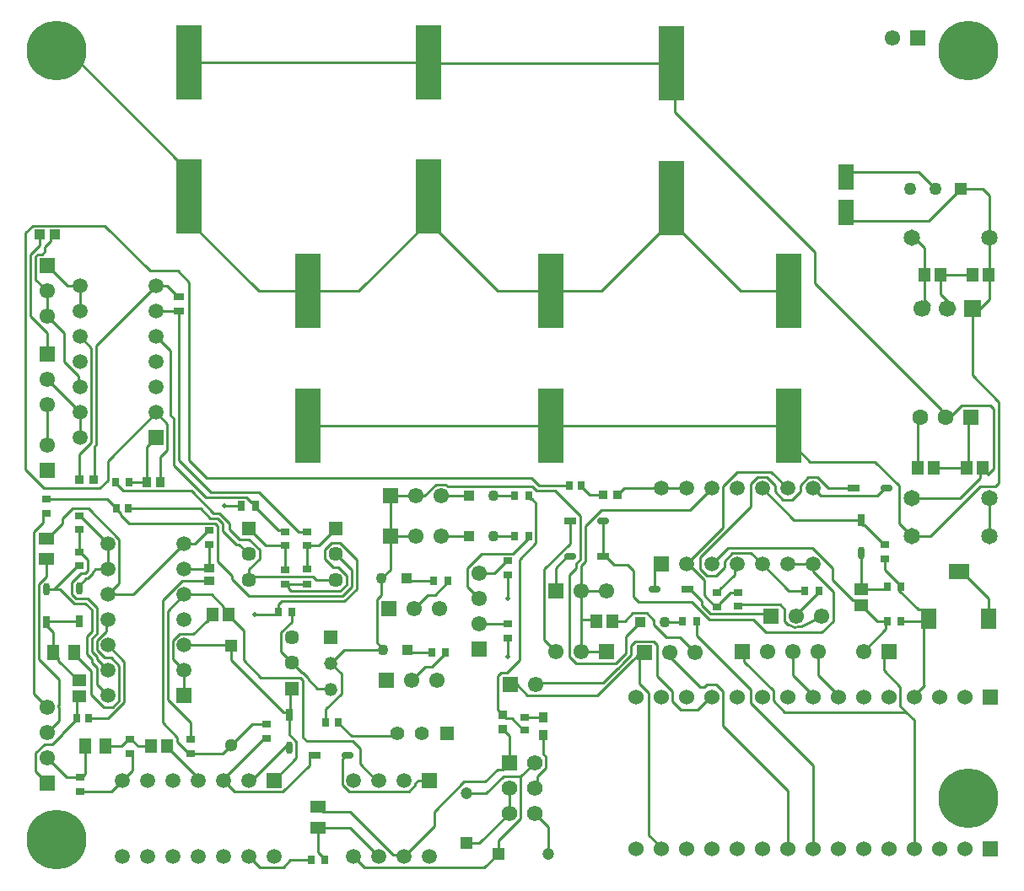
<source format=gtl>
G04*
G04 #@! TF.GenerationSoftware,Altium Limited,Altium Designer,24.6.1 (21)*
G04*
G04 Layer_Physical_Order=1*
G04 Layer_Color=255*
%FSLAX44Y44*%
%MOMM*%
G71*
G04*
G04 #@! TF.SameCoordinates,44A1DD27-CD51-42AF-A16C-F6F8CAE25C75*
G04*
G04*
G04 #@! TF.FilePolarity,Positive*
G04*
G01*
G75*
%ADD12C,0.2540*%
%ADD19R,0.9000X1.0000*%
%ADD20R,2.5000X7.5000*%
%ADD21R,0.9350X0.9621*%
%ADD22R,0.7025X1.2575*%
G04:AMPARAMS|DCode=23|XSize=1.2575mm|YSize=0.7025mm|CornerRadius=0.3512mm|HoleSize=0mm|Usage=FLASHONLY|Rotation=270.000|XOffset=0mm|YOffset=0mm|HoleType=Round|Shape=RoundedRectangle|*
%AMROUNDEDRECTD23*
21,1,1.2575,0.0000,0,0,270.0*
21,1,0.5550,0.7025,0,0,270.0*
1,1,0.7025,0.0000,-0.2775*
1,1,0.7025,0.0000,0.2775*
1,1,0.7025,0.0000,0.2775*
1,1,0.7025,0.0000,-0.2775*
%
%ADD23ROUNDEDRECTD23*%
%ADD24R,1.6000X2.6000*%
%ADD25R,1.0500X1.0000*%
%ADD26R,0.9500X0.7000*%
%ADD27R,1.0000X0.7500*%
%ADD28R,1.3046X1.4562*%
%ADD29R,0.7000X0.9500*%
G04:AMPARAMS|DCode=30|XSize=1.2575mm|YSize=0.7025mm|CornerRadius=0.3512mm|HoleSize=0mm|Usage=FLASHONLY|Rotation=0.000|XOffset=0mm|YOffset=0mm|HoleType=Round|Shape=RoundedRectangle|*
%AMROUNDEDRECTD30*
21,1,1.2575,0.0000,0,0,0.0*
21,1,0.5550,0.7025,0,0,0.0*
1,1,0.7025,0.2775,0.0000*
1,1,0.7025,-0.2775,0.0000*
1,1,0.7025,-0.2775,0.0000*
1,1,0.7025,0.2775,0.0000*
%
%ADD30ROUNDEDRECTD30*%
%ADD31R,1.2575X0.7025*%
%ADD32R,0.6500X0.9000*%
%ADD33R,0.9000X0.6500*%
%ADD34R,1.4562X1.3046*%
%ADD35R,0.6587X0.8121*%
%ADD36R,1.2065X1.5082*%
%ADD37R,0.9621X0.9350*%
%ADD38R,0.9000X0.7000*%
%ADD39R,0.8000X0.9000*%
%ADD40R,1.5082X1.2065*%
%ADD41R,1.0000X0.9000*%
%ADD42R,0.7350X0.8621*%
%ADD43R,0.7500X1.0000*%
%ADD60C,1.5500*%
%ADD61R,1.5500X1.5500*%
%ADD63R,1.4500X1.4500*%
%ADD64C,1.4500*%
%ADD68R,1.5500X1.5500*%
%ADD69C,1.1000*%
%ADD70R,1.1000X1.1000*%
%ADD71C,1.2000*%
%ADD72R,1.2000X1.2000*%
%ADD73C,1.5700*%
%ADD74R,1.5700X1.5700*%
%ADD78R,1.2700X1.2700*%
%ADD79C,1.2700*%
%ADD80R,1.2000X1.2000*%
%ADD81C,1.4000*%
%ADD82R,1.4000X1.4000*%
%ADD83C,1.3208*%
%ADD84R,1.3208X1.3208*%
%ADD85C,1.3000*%
%ADD86R,1.3000X1.3000*%
%ADD87C,1.5300*%
%ADD88R,1.5300X1.5300*%
%ADD89C,5.9944*%
%ADD90C,1.6500*%
%ADD91R,2.1000X1.5000*%
%ADD92R,1.5000X2.1000*%
%ADD93R,1.6000X1.6000*%
%ADD94C,1.6000*%
%ADD95C,0.5000*%
%ADD96R,1.5000X1.5000*%
%ADD97C,1.5000*%
%ADD98R,1.5000X1.5000*%
%ADD99R,1.7000X1.7000*%
%ADD100C,1.7000*%
D12*
X989543Y224039D02*
G03*
X989539Y224033I2162J-1333D01*
G01*
X887271Y185420D02*
G03*
X890729Y185420I1729J11430D01*
G01*
X1142443Y257259D02*
G03*
X1155881Y255137I8177J8171D01*
G01*
X1148544Y248920D02*
G03*
X1152696Y248920I2076J16510D01*
G01*
X410210Y160029D02*
G03*
X410210Y160020I2540J-24D01*
G01*
X410339Y173851D02*
G03*
X410210Y175719I-11559J139D01*
G01*
X1316660Y309890D02*
X1343660Y282890D01*
Y262890D02*
Y282890D01*
X1313660Y309890D02*
X1316660D01*
X1272540Y458602D02*
X1278808Y464870D01*
X1268730Y33020D02*
Y161290D01*
X1260807Y169213D02*
X1268730Y161290D01*
X1254790Y175230D02*
Y194280D01*
Y175230D02*
X1260807Y169213D01*
X1138887D02*
X1260807D01*
X1127790Y180310D02*
Y190470D01*
Y180310D02*
X1138887Y169213D01*
X1026190Y180065D02*
X1034805Y171450D01*
X1051560D02*
X1065530Y185420D01*
X1026190Y180065D02*
Y190167D01*
X1034805Y171450D02*
X1051560D01*
X1010920Y205437D02*
X1026190Y190167D01*
X1172210Y205740D02*
Y229870D01*
Y205740D02*
X1192530Y185420D01*
X1146810Y205740D02*
Y229870D01*
Y205740D02*
X1167130Y185420D01*
X1096010Y229870D02*
X1098462Y227418D01*
Y219798D02*
Y227418D01*
Y219798D02*
X1127790Y190470D01*
X1050820Y245850D02*
Y260350D01*
Y245850D02*
X1104870Y191800D01*
Y177830D02*
Y191800D01*
X1010920Y205437D02*
Y236788D01*
X1007548Y240160D02*
X1010920Y236788D01*
X976760Y218438D02*
Y218570D01*
X971420Y213230D02*
X971552D01*
X976760Y218438D01*
Y218570D02*
X984298Y226108D01*
X971680Y220542D02*
Y220674D01*
X979379Y228373D02*
Y244919D01*
X969448Y218310D02*
X971680Y220542D01*
X956310Y198120D02*
X971420Y213230D01*
X890729Y185420D02*
X950927D01*
X971680Y220674D02*
X979379Y228373D01*
X929932Y218310D02*
X969448D01*
X890270Y198120D02*
X956310D01*
X950927Y185420D02*
X986563Y221057D01*
X984459Y226137D02*
Y235727D01*
X991740Y227601D02*
X993140Y229870D01*
X989543Y224039D02*
X991740Y227601D01*
X986563Y221057D02*
X989539Y224033D01*
X881380Y185420D02*
X887271D01*
X880636Y186164D02*
X881380Y185420D01*
X869950Y196850D02*
X880636Y186164D01*
X993140Y197817D02*
Y229870D01*
X1167130Y33020D02*
Y115570D01*
X1141730Y33020D02*
Y90170D01*
X1070277Y196880D02*
X1076990Y190167D01*
X1054070Y194340D02*
X1058243D01*
X1060783Y196880D01*
X1070277D01*
X1018540Y229870D02*
X1054070Y194340D01*
X1238250Y210820D02*
X1254790Y194280D01*
X1268730Y185420D02*
X1278890Y195580D01*
X1278580D02*
Y264160D01*
X1238250Y210820D02*
Y231140D01*
X1076990Y154910D02*
X1141730Y90170D01*
X1104870Y177830D02*
X1167130Y115570D01*
X1076990Y154910D02*
Y190167D01*
X1002714Y45036D02*
Y188243D01*
X993140Y197817D02*
X1002714Y188243D01*
Y45036D02*
X1014730Y33020D01*
X859920Y208410D02*
X872490Y220980D01*
X855845Y165904D02*
X855980D01*
X852439Y169309D02*
Y169445D01*
X850900Y205038D02*
X854272Y208410D01*
X859920D01*
X852439Y169309D02*
X855845Y165904D01*
X850900Y170984D02*
X852439Y169445D01*
X850900Y170984D02*
Y205038D01*
X855980Y165904D02*
X859385Y162499D01*
X1327150Y507246D02*
X1353820Y480576D01*
X1345618Y476630D02*
X1348740Y473508D01*
X1343084Y407926D02*
X1348740Y413582D01*
X1353820Y399470D02*
Y480576D01*
X1349950Y395600D02*
X1353820Y399470D01*
X1348740Y413582D02*
Y473508D01*
X1344560Y583830D02*
Y645160D01*
X904430Y456820D02*
X1153160D01*
X1253490Y358510D02*
Y396670D01*
X1272910Y345440D02*
X1285240D01*
X1253490Y358510D02*
X1266560Y345440D01*
X1343248Y338991D02*
X1349697Y345440D01*
X1350910D01*
X1344560D02*
Y383540D01*
X1335400Y395600D02*
X1349950D01*
X1285240Y345440D02*
X1335400Y395600D01*
X1272910Y383540D02*
X1314450D01*
X1335327Y411599D02*
X1337748Y414020D01*
X1314450Y383540D02*
X1335327Y404417D01*
Y411599D01*
X1116330Y317500D02*
X1143000Y290830D01*
X1167130Y393700D02*
X1174750Y386080D01*
X1231665D01*
X1239285Y393700D01*
X1239520Y311930D02*
X1255560Y295890D01*
X1239520Y311930D02*
Y322950D01*
X1255560Y294640D02*
Y295890D01*
X1217632Y356920D02*
X1218800D01*
X1238270Y337450D02*
X1239520D01*
X1218800Y356920D02*
X1238270Y337450D01*
X1215390Y359162D02*
X1217632Y356920D01*
X1215390Y359162D02*
Y361937D01*
X1229570Y420590D02*
X1253490Y396670D01*
X1322902Y458090D02*
X1324552Y459740D01*
X1288656Y414020D02*
X1321632D01*
X1324552Y459740D02*
X1330960D01*
X1322902Y415290D02*
Y458090D01*
X1321632Y414020D02*
X1322902Y415290D01*
X1308297Y468625D02*
X1316302Y476630D01*
X1302217Y466725D02*
X1306027D01*
X1307927Y468625D02*
X1308297D01*
X1306027Y466725D02*
X1307927Y468625D01*
X1316302Y476630D02*
X1345618D01*
X1169470Y599640D02*
X1296574Y472536D01*
Y472368D02*
Y472536D01*
Y472368D02*
X1302217Y466725D01*
X1169470Y599640D02*
Y630898D01*
X1272540Y414020D02*
Y458602D01*
X1278808Y464870D02*
X1280210D01*
X1327150Y507246D02*
Y574040D01*
X1344560Y645160D02*
Y687440D01*
X1202436Y662305D02*
X1283335D01*
X1315720Y694690D01*
X1273175Y711835D02*
X1291675Y693335D01*
X1202436Y711835D02*
X1273175D01*
X1037180Y649380D02*
X1094740Y591820D01*
X1036120Y649380D02*
X1037180D01*
X1024890Y660610D02*
X1036120Y649380D01*
X1013660D02*
X1024890Y660610D01*
X955230Y592010D02*
X1012600Y649380D01*
X1094740Y591820D02*
X1153160D01*
X904240Y592010D02*
X955230D01*
X1012600Y649380D02*
X1013660D01*
X1024890Y660610D02*
Y685610D01*
X1197610Y707009D02*
X1202436Y711835D01*
X1197610Y705104D02*
Y707009D01*
X1155881Y255137D02*
X1176020Y265430D01*
X1142436Y257266D02*
X1142443Y257259D01*
X483870Y110490D02*
Y128270D01*
X1334770Y574040D02*
X1344560Y583830D01*
X1337310Y694690D02*
X1344560Y687440D01*
X1255177Y260350D02*
X1281120D01*
X541020Y661880D02*
Y686880D01*
X611080Y591820D02*
X660400D01*
X541020Y661880D02*
X611080Y591820D01*
X781050Y661880D02*
Y686880D01*
X660400Y591820D02*
X710990D01*
X781050Y661880D01*
X850920Y592010D01*
X904240D01*
X1167130Y309948D02*
Y317500D01*
X1187580Y260642D02*
Y289498D01*
X1167130Y309948D02*
X1187580Y289498D01*
X535940Y312420D02*
X559920D01*
X561340Y313840D01*
X1035050Y259080D02*
X1036320Y260350D01*
X1018540Y259080D02*
X1035050D01*
X1315720Y694690D02*
X1337310D01*
X1197610Y667131D02*
X1202436Y662305D01*
X1197610Y667131D02*
Y669036D01*
X1028700Y771668D02*
X1169470Y630898D01*
X1028700Y771668D02*
Y820800D01*
X883890Y382850D02*
X885140D01*
X881910Y384830D02*
Y386080D01*
Y384830D02*
X883890Y382850D01*
X885140D02*
X889340Y378650D01*
Y339362D02*
Y378650D01*
X820290Y313398D02*
X834892Y328000D01*
X882280Y344190D02*
Y345440D01*
X820290Y294770D02*
X831850Y283210D01*
X872490Y220980D02*
Y322512D01*
X866090Y328000D02*
X882280Y344190D01*
X834892Y328000D02*
X866090D01*
X820290Y294770D02*
Y313398D01*
X872490Y322512D02*
X889340Y339362D01*
X541020Y686880D02*
Y711880D01*
X419780Y833120D02*
X541020Y711880D01*
X407670Y833120D02*
X419780D01*
X782130Y820800D02*
X1028700D01*
X781050Y821880D02*
X782130Y820800D01*
X541020Y821880D02*
X781050D01*
X904050Y456820D02*
X904240Y457010D01*
X660400Y456820D02*
X904050D01*
X904240Y457010D02*
X904430Y456820D01*
X1164390Y420590D02*
X1229570D01*
X1153160Y431820D02*
X1164390Y420590D01*
X1153160Y431820D02*
Y456820D01*
X1105020Y328810D02*
X1116330Y317500D01*
X1070215Y306190D02*
X1078230Y314205D01*
Y320795D02*
X1086245Y328810D01*
X1105020D01*
Y375206D02*
Y398385D01*
X1065530Y317500D02*
X1081920Y333890D01*
X1054220Y324406D02*
X1105020Y375206D01*
X1081920Y333890D02*
X1166735D01*
X1054220Y312815D02*
Y324406D01*
X1166735Y333890D02*
X1186897Y313727D01*
Y301838D02*
Y313727D01*
Y301838D02*
X1207060Y281675D01*
X1210137D01*
X1215390Y276422D01*
X1054220Y312815D02*
X1060845Y306190D01*
X1078230Y314205D02*
Y320795D01*
X1040130Y317500D02*
X1042351D01*
X1060845Y306190D02*
X1070215D01*
X1057910Y286140D02*
Y301941D01*
X1042351Y317500D02*
X1057910Y301941D01*
X1071860Y289190D02*
X1073840Y291170D01*
Y292420D01*
X1088546Y307126D01*
Y315116D01*
X1090930Y317500D01*
X1070610Y289190D02*
X1071860D01*
X456010Y657780D02*
X501650Y612140D01*
X384572Y657780D02*
X456010D01*
X377060Y650268D02*
X384572Y657780D01*
X377060Y412312D02*
Y650268D01*
Y412312D02*
X395402Y393969D01*
X451557D02*
X459650Y402062D01*
X395402Y393969D02*
X451557D01*
X459650Y402062D02*
Y421550D01*
X508000Y469900D01*
X382140Y566712D02*
X398780Y550072D01*
X382140Y566712D02*
Y628652D01*
X448190Y437711D02*
Y537090D01*
X445929Y403215D02*
Y435451D01*
X448190Y537090D02*
X508000Y596900D01*
X445929Y435451D02*
X448190Y437711D01*
X445304Y402590D02*
X445929Y403215D01*
X398780Y566420D02*
Y591820D01*
X419100Y596900D02*
X431800D01*
X398780Y617220D02*
X419100Y596900D01*
X398780Y502920D02*
X431800Y469900D01*
X398780Y528320D02*
Y550072D01*
Y566420D02*
X415338Y549862D01*
Y521167D02*
Y549862D01*
X429895Y497205D02*
Y506610D01*
Y497205D02*
X431800Y495300D01*
X415338Y521167D02*
X429895Y506610D01*
X558800Y403860D02*
X884452D01*
X541020Y421640D02*
Y600710D01*
Y421640D02*
X558800Y403860D01*
X529590Y612140D02*
X541020Y600710D01*
X501650Y612140D02*
X529590D01*
X788962Y397640D02*
X798538D01*
X800788Y395390D01*
X889968Y391160D02*
X908004D01*
X892072Y396240D02*
X922412D01*
X884452Y403860D02*
X892072Y396240D01*
X800788Y395390D02*
X885738D01*
X889968Y391160D01*
X908004D02*
X933394Y365770D01*
X777402Y386080D02*
X788962Y397640D01*
X768350Y386080D02*
X777402D01*
X530860Y421640D02*
Y571620D01*
X508000Y546100D02*
X521970Y532130D01*
Y467360D02*
Y532130D01*
X643868Y356960D02*
X650778Y350050D01*
X659130D01*
X643868Y356960D02*
X643868D01*
X562690Y389810D02*
X611018D01*
X643868Y356960D01*
X608210Y374670D02*
Y377170D01*
X525780Y416560D02*
Y463550D01*
X521970Y467360D02*
X525780Y463550D01*
Y416560D02*
X557610Y384730D01*
X530860Y421640D02*
X562690Y389810D01*
X598538Y384730D02*
X603618Y379650D01*
X605730D01*
X557610Y384730D02*
X598538D01*
X605730Y379650D02*
X608210Y377170D01*
X508000Y469900D02*
X519310Y458590D01*
Y432354D02*
Y458590D01*
X511960Y425004D02*
X519310Y432354D01*
X581759Y352733D02*
X591892Y342600D01*
X567418Y358480D02*
X569650Y356248D01*
X581759Y352733D02*
Y358507D01*
X481072Y358480D02*
X567418D01*
X571627Y368640D02*
X581759Y358507D01*
X574730Y351168D02*
Y358352D01*
X611780Y323079D02*
Y332241D01*
X562338Y363560D02*
X569522D01*
X574730Y358352D01*
X569650Y320418D02*
Y356248D01*
X565852Y368640D02*
X571627D01*
X474520Y391240D02*
X543252D01*
X565852Y368640D01*
X480060Y373380D02*
X552518D01*
X562338Y363560D01*
X511960Y400050D02*
Y425004D01*
X498960Y400050D02*
Y435460D01*
X508000Y444500D01*
X466960Y398800D02*
X474520Y391240D01*
X466960Y398800D02*
Y400050D01*
X480460D02*
X498960D01*
X430996Y427701D02*
X443110Y439815D01*
X430996Y402590D02*
Y427701D01*
X443110Y439815D02*
Y534790D01*
X431800Y546100D02*
X443110Y534790D01*
X529610Y586620D02*
X530860D01*
X508000Y596900D02*
X519330D01*
X529610Y586620D01*
X431800Y444500D02*
Y469900D01*
Y571500D02*
Y596900D01*
X391400Y637912D02*
Y648970D01*
X396480Y635808D02*
X402420Y641748D01*
X389452Y628780D02*
X393504D01*
X382140Y628652D02*
X391400Y637912D01*
X387220Y626548D02*
X389452Y628780D01*
X393504D02*
X396480Y631756D01*
Y635808D01*
X387220Y603380D02*
Y626548D01*
Y603380D02*
X398780Y591820D01*
X406150Y648970D02*
X406400D01*
X402420Y645240D02*
X406150Y648970D01*
X402420Y641748D02*
Y645240D01*
X576580Y375920D02*
X593210D01*
X472250Y367302D02*
Y368690D01*
X640770Y293091D02*
X643261Y290600D01*
X468060Y372880D02*
X472250Y368690D01*
X695035Y285520D02*
X704490Y294975D01*
X630356Y268724D02*
Y277111D01*
X692931Y338720D02*
X709570Y322081D01*
X677290Y323079D02*
X685709Y314660D01*
X574730Y351168D02*
X588378Y337520D01*
X677290Y323079D02*
Y332241D01*
X704490Y294975D02*
Y311520D01*
X683769Y338720D02*
X692931D01*
X685709Y314660D02*
X690991D01*
X699410Y297079D02*
Y306241D01*
X692931Y290600D02*
X699410Y297079D01*
X633685Y280440D02*
X697140D01*
X637540Y297550D02*
X638790D01*
X584203Y302535D02*
X601219Y285520D01*
X690991Y314660D02*
X699410Y306241D01*
X601219Y285520D02*
X695035D01*
X709570Y292870D02*
Y322081D01*
X569650Y320418D02*
X584203Y305865D01*
Y302535D02*
Y305865D01*
X630356Y277111D02*
X633685Y280440D01*
X677290Y332241D02*
X683769Y338720D01*
X638790Y297550D02*
X640770Y295570D01*
X468060Y372880D02*
Y373380D01*
X688350Y327660D02*
X704490Y311520D01*
X640770Y293091D02*
Y295570D01*
X643261Y290600D02*
X692931D01*
X697140Y280440D02*
X709570Y292870D01*
X472250Y367302D02*
X481072Y358480D01*
X588378Y337520D02*
X590860D01*
X600720Y327660D01*
X591892Y342600D02*
X601421D01*
X611780Y332241D01*
X601421Y312720D02*
X611780Y323079D01*
X508000Y571500D02*
X508060Y571560D01*
X530800D01*
X530860Y571620D01*
X631000Y351880D02*
X635310D01*
X608210Y374670D02*
X631000Y351880D01*
X635310D02*
X637540Y349650D01*
X607276Y304980D02*
X665208D01*
X603956Y301660D02*
X607276Y304980D01*
X665208D02*
X668528Y301660D01*
X600720D02*
X603956D01*
X668528D02*
X688350D01*
X671240Y336550D02*
X688350Y353660D01*
X659130Y336550D02*
X671240D01*
X659130Y312420D02*
X660380D01*
X618230Y336150D02*
X637540D01*
X600720Y353660D02*
X618230Y336150D01*
X659130Y312420D02*
Y336550D01*
X637540Y312050D02*
Y336150D01*
X601421Y302361D02*
Y312720D01*
X600720Y301660D02*
X601421Y302361D01*
X637725Y297735D02*
X658945D01*
X637540Y297550D02*
X637725Y297735D01*
X658945D02*
X659130Y297920D01*
X628332Y266700D02*
X630356Y268724D01*
X607060Y266700D02*
X628332D01*
X600720Y353660D02*
X603560Y356500D01*
X934720Y395605D02*
X942975Y387350D01*
X934720Y395605D02*
Y396240D01*
X942975Y387350D02*
X956776D01*
X971084Y387485D02*
X974489Y390891D01*
X974625D01*
X971084Y387350D02*
Y387485D01*
X974625Y390891D02*
X977434Y393700D01*
X398780Y436880D02*
Y477520D01*
X458770Y383170D02*
X468060Y373880D01*
Y373380D02*
Y373880D01*
X397510Y383170D02*
X458770D01*
X390188Y221952D02*
X410210Y201930D01*
X390188Y297902D02*
X397510Y305224D01*
X385108Y187662D02*
X398780Y173990D01*
X385108Y187662D02*
Y350157D01*
X390188Y221952D02*
Y297902D01*
X396260Y368670D02*
X397510D01*
X394280Y366690D02*
X396260Y368670D01*
X385108Y350157D02*
X394280Y359329D01*
Y366690D01*
X633180Y229500D02*
X644240Y218440D01*
X643890Y259731D02*
Y269240D01*
X633180Y249021D02*
X643890Y259731D01*
X633180Y229500D02*
Y249021D01*
X582930Y135420D02*
X604620Y157110D01*
X617220D01*
X575310Y100330D02*
Y101950D01*
X615970Y142610D02*
X617220D01*
X575310Y101950D02*
X615970Y142610D01*
X641350Y168623D02*
X642104D01*
X635516D02*
X641350D01*
Y169139D01*
Y166364D02*
Y168623D01*
Y146487D02*
X648672Y139164D01*
X626110Y100330D02*
X648672Y122892D01*
Y139164D01*
X641350Y146487D02*
Y166364D01*
X603535Y100330D02*
X638956Y135751D01*
X642620Y169139D02*
Y190820D01*
X642104Y168623D02*
X642620Y169139D01*
Y190820D02*
X644240Y192440D01*
X582930Y221209D02*
X635516Y168623D01*
X1007651Y256803D02*
X1020512Y243941D01*
X1007651Y256803D02*
Y261357D01*
X1000618Y268390D02*
X1007651Y261357D01*
X986462Y268390D02*
X1000618D01*
X978422Y260350D02*
X986462Y268390D01*
X965638Y260350D02*
X978422D01*
X1020512Y243941D02*
X1033679D01*
X1049020Y228600D01*
X934720Y261620D02*
Y283210D01*
Y229870D02*
Y261620D01*
X948252D01*
X949522Y260350D01*
X934720Y290830D02*
Y316229D01*
X938474Y319983D01*
X920521Y325120D02*
X923296D01*
X909320Y290830D02*
Y313919D01*
X920521Y325120D01*
X923160Y307210D02*
X929640Y313690D01*
Y318333D01*
X923160Y225082D02*
Y307210D01*
X988892Y240160D02*
X1007548D01*
X984459Y235727D02*
X988892Y240160D01*
X742950Y386080D02*
X768350D01*
X929640Y318333D02*
X933394Y322087D01*
Y365770D01*
X938474Y319983D02*
Y355980D01*
X979379Y244919D02*
X993540Y259080D01*
X938474Y355980D02*
X954723Y372230D01*
X923160Y225082D02*
X929932Y218310D01*
X954723Y372230D02*
X1044060D01*
X1107440Y261620D02*
X1120140Y248920D01*
X1062990Y261620D02*
X1107440D01*
X1120140Y248920D02*
X1148544D01*
X991870Y279400D02*
X1045210D01*
X1062990Y261620D01*
X986790Y284480D02*
X991870Y279400D01*
X1123020Y267630D02*
X1125220Y265430D01*
X1064532Y267630D02*
X1123020D01*
X1055471Y276690D02*
X1064532Y267630D01*
X1055471Y276690D02*
Y280797D01*
X1044169Y292100D02*
X1055471Y280797D01*
X1041394Y292100D02*
X1044169D01*
X1069360Y274690D02*
X1070610D01*
X1071860D01*
X1057910Y286140D02*
X1069360Y274690D01*
X1008386Y292100D02*
Y311156D01*
X1014730Y317500D01*
X1152696Y248920D02*
X1175858D01*
X1152696D02*
X1152696D01*
X986790Y284480D02*
Y310932D01*
X1175858Y248920D02*
X1187580Y260642D01*
X1139060Y260642D02*
X1142436Y257266D01*
X1139060Y261694D02*
X1139060Y260642D01*
X1139060Y261694D02*
Y272478D01*
X1071860Y274690D02*
X1073840Y276670D01*
X1084610Y288690D02*
X1092200D01*
X1073840Y277920D02*
X1084610Y288690D01*
X1073840Y276670D02*
Y277920D01*
X1092200Y275190D02*
X1094000Y276990D01*
X1143000Y290830D02*
X1158610D01*
X734260Y303530D02*
X742950Y312220D01*
Y345440D01*
Y386080D01*
Y345440D02*
X768350D01*
X793750D02*
X821890D01*
X793750Y386080D02*
X821890D01*
X846890Y345440D02*
X867780D01*
X846890Y386080D02*
X867410D01*
X735330Y231140D02*
Y233429D01*
X730120Y238639D02*
Y282378D01*
X734260Y286518D01*
X730120Y238639D02*
X735330Y233429D01*
X734260Y286518D02*
Y303530D01*
X759260D02*
X761800Y300990D01*
X786500D01*
X787905Y286645D02*
X801000Y299740D01*
Y300990D01*
X767080Y273050D02*
X780675Y286645D01*
X787905D01*
X859385Y162499D02*
X865051D01*
X876570Y150980D01*
X877570D01*
X678376Y158750D02*
Y171879D01*
X694024Y187526D01*
Y207426D01*
X683610Y217840D02*
X694024Y207426D01*
X683610Y217840D02*
X696910Y231140D01*
X735330D01*
X760330D02*
X762870Y228600D01*
X784443D01*
X764540Y200660D02*
X778355Y214475D01*
X784619D01*
X797977Y227833D01*
Y228600D01*
X704018Y144780D02*
X749700D01*
X704850Y139700D02*
X712470Y132080D01*
X690684Y158115D02*
X704018Y144780D01*
X690684Y158115D02*
Y158750D01*
X659130Y139700D02*
X704850D01*
X655300Y143530D02*
Y201268D01*
X654100Y208580D02*
X655172D01*
X660380Y203372D01*
X595630Y220922D02*
X613052Y203500D01*
X660380Y202300D02*
Y203372D01*
X644240Y218440D02*
X654100Y208580D01*
X653068Y203500D02*
X655300Y201268D01*
X613052Y203500D02*
X653068D01*
X660380Y202300D02*
X669960Y192720D01*
X655300Y143530D02*
X659130Y139700D01*
X595630Y220922D02*
Y251140D01*
X580828Y265942D02*
X595630Y251140D01*
X398780Y148590D02*
X409466Y159276D01*
X410210Y160029D02*
X410339Y173851D01*
X410210Y175719D02*
Y201930D01*
X409466Y159276D02*
X410210Y160020D01*
X397510Y305224D02*
Y322580D01*
X429280Y315830D02*
X430530D01*
X405544Y292094D02*
X429280Y315830D01*
X397510Y292094D02*
X405544D01*
X425393Y278193D02*
X436817D01*
X411492Y292094D02*
X425393Y278193D01*
X405544Y292094D02*
X411492D01*
X423208Y299178D02*
X432550Y308520D01*
X423208Y287562D02*
Y299178D01*
Y287562D02*
X427497Y283273D01*
X460059Y162560D02*
X476130Y178631D01*
X440494Y162560D02*
X460059D01*
X471050Y180735D02*
Y215505D01*
X438270Y227327D02*
X443230Y222367D01*
X438270Y245113D02*
X443230Y250073D01*
X459740Y236220D02*
X476130Y219830D01*
X438270Y227327D02*
Y245113D01*
X443230Y218440D02*
Y222367D01*
X443350Y229431D02*
X448310Y224471D01*
Y222250D02*
Y224471D01*
X443350Y243009D02*
X448310Y247969D01*
X476130Y178631D02*
Y219830D01*
X448430Y231535D02*
Y240905D01*
X442808Y186357D02*
X455055Y174110D01*
X443350Y229431D02*
Y243009D01*
X448430Y240905D02*
X457835Y250310D01*
X448310Y247969D02*
Y274076D01*
X443230Y250073D02*
Y271780D01*
X457835Y259715D02*
X459740Y261620D01*
X456445Y223520D02*
X463035D01*
X457835Y250310D02*
Y259715D01*
X448430Y231535D02*
X456445Y223520D01*
X463035D02*
X471050Y215505D01*
X464425Y174110D02*
X471050Y180735D01*
X455055Y174110D02*
X464425D01*
X442808Y186357D02*
Y210082D01*
X425799Y227091D02*
X442808Y210082D01*
X425799Y227091D02*
Y228600D01*
X448310Y196850D02*
Y213360D01*
Y196850D02*
X459740Y185420D01*
X443230Y218440D02*
X448310Y213360D01*
X436817Y278193D02*
X443230Y271780D01*
X448310Y222250D02*
X459740Y210820D01*
X439113Y283273D02*
X448310Y274076D01*
X387220Y109350D02*
Y127978D01*
X396272Y137030D01*
X403568D01*
X413535Y146996D01*
X387220Y109350D02*
X398780Y97790D01*
X413535Y146996D02*
Y147273D01*
X428186Y161925D01*
Y162560D01*
Y182200D02*
X430530Y184544D01*
X428186Y162560D02*
Y182200D01*
X429772Y200660D02*
X430530D01*
X409544Y220888D02*
X429772Y200660D01*
X409544Y220888D02*
Y223838D01*
X404781Y228600D02*
X409544Y223838D01*
X427497Y283273D02*
X439113D01*
X436858Y308520D02*
X439090Y310752D01*
Y322020D01*
X430530Y329330D02*
X431780D01*
X430530Y296145D02*
X437825Y303440D01*
X431780Y329330D02*
X439090Y322020D01*
X432550Y308520D02*
X436858D01*
X444170Y309785D02*
X446805Y312420D01*
X438962Y303440D02*
X444170Y308648D01*
X437825Y303440D02*
X438962D01*
X444170Y308648D02*
Y309785D01*
X430530Y293370D02*
Y296145D01*
X446805Y312420D02*
X459740D01*
X404781Y228600D02*
Y249040D01*
X397510Y256311D02*
Y259086D01*
Y256311D02*
X404781Y249040D01*
X471050Y298330D02*
Y342505D01*
X440085Y373470D02*
X471050Y342505D01*
X424202Y373470D02*
X440085D01*
X413992Y363260D02*
X424202Y373470D01*
X413992Y358570D02*
Y363260D01*
X399019Y343597D02*
X413992Y358570D01*
X397510Y343597D02*
X399019D01*
X459740Y287020D02*
X471050Y298330D01*
X397510Y259086D02*
X398786Y260363D01*
X430530D01*
Y329330D02*
Y352660D01*
X459740Y337820D02*
Y338200D01*
X431780Y366160D02*
X459740Y338200D01*
X430530Y366160D02*
X431780D01*
X459740Y312420D02*
Y337820D01*
X536700Y338580D02*
X547250D01*
X560090Y351420D02*
X561340D01*
X535940Y337820D02*
X536700Y338580D01*
X547250D02*
X560090Y351420D01*
X459740Y287020D02*
X485140D01*
X535940Y337820D01*
X541040Y127370D02*
X542290D01*
X529369Y139041D02*
X541040Y127370D01*
X529369Y139041D02*
Y143479D01*
X514470Y158378D02*
X529369Y143479D01*
X514470Y158378D02*
Y281545D01*
X533765Y300840D01*
X561340D01*
Y313840D02*
Y336920D01*
X524630Y222130D02*
Y240905D01*
X519550Y270630D02*
X535940Y287020D01*
X524630Y222130D02*
X535940Y210820D01*
X519550Y181422D02*
X542290Y158682D01*
Y141870D02*
Y158682D01*
X519550Y181422D02*
Y270630D01*
X524630Y240905D02*
X531255Y247530D01*
X574880Y127370D02*
X582930Y135420D01*
X542290Y127370D02*
X574880D01*
X549910Y100330D02*
Y102988D01*
X519036Y133862D02*
Y134620D01*
Y133862D02*
X549910Y102988D01*
X482580Y141870D02*
X489830Y134620D01*
X481330Y141870D02*
X482580D01*
X489830Y134620D02*
X502920D01*
X472830D02*
X480080Y141870D01*
X481330D01*
X457549Y134620D02*
X472830D01*
X473710Y100330D02*
X483870Y110490D01*
X545542Y247530D02*
X558701Y260689D01*
X559459D01*
X531255Y247530D02*
X545542D01*
X559459Y260689D02*
X564712Y265942D01*
Y266700D01*
X575575Y271953D02*
Y275030D01*
X535940Y287020D02*
X563585D01*
X575575Y271953D02*
X580828Y266700D01*
X563585Y287020D02*
X575575Y275030D01*
X728980Y100330D02*
X731520D01*
X712470Y116840D02*
X728980Y100330D01*
X712470Y116840D02*
Y132080D01*
X580828Y265942D02*
Y266700D01*
X600710Y100330D02*
X603535D01*
X582930Y221209D02*
Y235420D01*
X582130Y236220D02*
X582930Y235420D01*
X535940Y236220D02*
X582130D01*
X535940Y185420D02*
Y210820D01*
X418200Y103770D02*
X431800D01*
X398780Y123190D02*
X418200Y103770D01*
X462650Y89270D02*
X473710Y100330D01*
X431800Y89270D02*
X462650D01*
X431800Y103770D02*
X433050D01*
X436531Y107251D02*
Y134620D01*
X433050Y103770D02*
X436531Y107251D01*
X661739Y123488D02*
X663981Y125730D01*
X661739Y115571D02*
Y123488D01*
X575310Y100330D02*
X586620Y89020D01*
X663981Y125730D02*
X666756D01*
X635188Y89020D02*
X661739Y115571D01*
X586620Y89020D02*
X635188D01*
X698202Y125730D02*
X699764D01*
X694810Y122338D02*
X698202Y125730D01*
X694810Y95645D02*
Y122338D01*
Y95645D02*
X701435Y89020D01*
X761605D01*
X768230Y95645D01*
Y97550D01*
X771010Y100330D01*
X782320D01*
X832035Y257625D02*
X860875D01*
X831850Y257810D02*
X832035Y257625D01*
X860875D02*
X861060Y257440D01*
X847480Y308610D02*
X859810Y320940D01*
X831850Y308610D02*
X847480D01*
X859810Y320940D02*
X861060D01*
Y224790D02*
Y242940D01*
Y283210D02*
Y306440D01*
X855750Y111530D02*
X862330Y118110D01*
X850670Y111530D02*
X855750D01*
X838200Y99060D02*
X850670Y111530D01*
X787195Y54405D02*
Y69149D01*
X756920Y24130D02*
X787195Y54405D01*
Y69149D02*
X817107Y99060D01*
X838200D01*
X703007Y52643D02*
X731520Y24130D01*
X670560Y52643D02*
X703007D01*
X670560Y27920D02*
X676910Y21570D01*
X670560Y27920D02*
Y52643D01*
X676910Y20320D02*
Y21570D01*
X856420Y104370D02*
X873990D01*
X839280Y87230D02*
X856420Y104370D01*
X819150Y87230D02*
X839280D01*
X819150Y37230D02*
X832250D01*
X862330Y67310D01*
X717430Y12820D02*
X837450D01*
X851300Y26670D01*
X890248Y95228D02*
Y104138D01*
X899390Y113280D01*
Y124230D01*
X887730Y92710D02*
X890248Y95228D01*
X896620Y127000D02*
X899390Y124230D01*
X896620Y127000D02*
Y148480D01*
X877570Y163980D02*
X894120D01*
X896620Y166480D01*
X855980Y151596D02*
X856115D01*
X862330Y118110D02*
Y145381D01*
X856115Y151596D02*
X862330Y145381D01*
Y67310D02*
Y92710D01*
X702747Y68898D02*
X745610Y26035D01*
X675322Y68898D02*
X702747D01*
X755015Y26035D02*
X756920Y24130D01*
X745610Y26035D02*
X755015D01*
X670560Y73660D02*
X675322Y68898D01*
X706120Y24130D02*
X717430Y12820D01*
X901300Y26670D02*
Y53740D01*
X887730Y67310D02*
X901300Y53740D01*
X873990Y104370D02*
X887730Y118110D01*
X873990Y62480D02*
Y104370D01*
X851300Y39790D02*
X873990Y62480D01*
X851300Y26670D02*
Y39790D01*
X896510Y146050D02*
X896620Y145940D01*
X642871Y20320D02*
X662540D01*
X635371Y12820D02*
X642871Y20320D01*
X612020Y12820D02*
X635371D01*
X600710Y24130D02*
X612020Y12820D01*
X682730Y192720D02*
X683610Y191840D01*
X669960Y192720D02*
X682730D01*
X977434Y393700D02*
X1014730D01*
X980817Y316905D02*
X986790Y310932D01*
X1044060Y372230D02*
X1065530Y393700D01*
X956304Y325120D02*
X956304Y325120D01*
Y360680D01*
X934720Y229870D02*
X960120D01*
X934720Y290830D02*
X960120D01*
X897760Y241430D02*
X909320Y229870D01*
X897760Y241430D02*
Y312714D01*
X923296Y338251D01*
Y360680D01*
X956304Y325120D02*
X959079D01*
X967294Y316905D01*
X980817D01*
X1173110Y289580D02*
Y290830D01*
X1150620Y267090D02*
X1173110Y289580D01*
X1150620Y265430D02*
Y267090D01*
X1134548Y276990D02*
X1139060Y272478D01*
X1040130Y317500D02*
X1076840Y354210D01*
X1094000Y276990D02*
X1134548D01*
X1137045Y382390D02*
X1146415D01*
X1125340Y410090D02*
X1141730Y393700D01*
X1091325Y410090D02*
X1125340D01*
X1076840Y395605D02*
X1091325Y410090D01*
X1076840Y354210D02*
Y395605D01*
X1162445Y405010D02*
X1171815D01*
X1129030Y390405D02*
Y396995D01*
X1111645Y405010D02*
X1121015D01*
X1154430Y390405D02*
Y396995D01*
X1121015Y405010D02*
X1129030Y396995D01*
Y390405D02*
X1137045Y382390D01*
X1105020Y398385D02*
X1111645Y405010D01*
X1146415Y382390D02*
X1154430Y390405D01*
Y396995D02*
X1162445Y405010D01*
X1171815D02*
X1183125Y393700D01*
X1210323D01*
X1240555D02*
X1243330D01*
X1239520Y337450D02*
X1240770D01*
X1116330Y393700D02*
X1148093Y361937D01*
X1215390D01*
X1232220Y260350D02*
X1240631D01*
X1240539Y252479D02*
Y259246D01*
X1217930Y229870D02*
X1240539Y252479D01*
Y259246D02*
X1240631Y259338D01*
X1273020Y272120D02*
X1277430D01*
X1283660Y262890D02*
Y265890D01*
X1253265Y291875D02*
X1273020Y272120D01*
X1277430D02*
X1283660Y265890D01*
X1239470Y323000D02*
X1239520Y322950D01*
X1215390Y292538D02*
X1239958D01*
X1242060Y294640D01*
X1215390Y292538D02*
Y328930D01*
Y276422D02*
X1216148D01*
X1232220Y260350D01*
X1014730Y393700D02*
X1040130D01*
X1141730Y317500D02*
X1167130D01*
X1281120Y260350D02*
X1283660Y262890D01*
X1295006Y608330D02*
X1327544D01*
X1278890D02*
Y635355D01*
X1271640Y642605D02*
X1278890Y635355D01*
X1295006Y588404D02*
Y608330D01*
Y588404D02*
X1309370Y574040D01*
X1278890Y583033D02*
X1283970Y577953D01*
X1278890Y583033D02*
Y608330D01*
D19*
X896620Y163940D02*
D03*
Y145940D02*
D03*
X498960Y400050D02*
D03*
X511960D02*
D03*
D20*
X904240Y457010D02*
D03*
Y592010D02*
D03*
X1024890Y685610D02*
D03*
Y820610D02*
D03*
X1143000Y457010D02*
D03*
Y592010D02*
D03*
X541020Y686880D02*
D03*
Y821880D02*
D03*
X660400Y456820D02*
D03*
Y591820D02*
D03*
X781050Y821880D02*
D03*
Y686880D02*
D03*
D21*
X971084Y387350D02*
D03*
X956776D02*
D03*
X430996Y402590D02*
D03*
X445304D02*
D03*
D22*
X1215390Y361937D02*
D03*
X641350Y166364D02*
D03*
X397510Y259086D02*
D03*
X430530Y260363D02*
D03*
D23*
X1215390Y328930D02*
D03*
X641350Y133356D02*
D03*
X397510Y292094D02*
D03*
X430530Y293370D02*
D03*
D24*
X1200150Y670560D02*
D03*
Y706560D02*
D03*
D25*
X406400Y648970D02*
D03*
X391400D02*
D03*
D26*
X637540Y349650D02*
D03*
Y336150D02*
D03*
X659130Y350050D02*
D03*
Y336550D02*
D03*
X1092200Y275190D02*
D03*
Y288690D02*
D03*
X430530Y366160D02*
D03*
Y352660D02*
D03*
Y329330D02*
D03*
Y315830D02*
D03*
D27*
X530860Y586620D02*
D03*
Y571620D02*
D03*
D28*
X949522Y260350D02*
D03*
X965638D02*
D03*
X1337748Y414020D02*
D03*
X1321632D02*
D03*
X1327544Y608330D02*
D03*
X1343660D02*
D03*
X1295006D02*
D03*
X1278890D02*
D03*
X1272540Y414020D02*
D03*
X1288656D02*
D03*
X519036Y134620D02*
D03*
X502920D02*
D03*
X564712Y266700D02*
D03*
X580828D02*
D03*
D29*
X676910Y20320D02*
D03*
X663410D02*
D03*
X1255560Y294640D02*
D03*
X1242060D02*
D03*
X480460Y400050D02*
D03*
X466960D02*
D03*
D30*
X956304Y360680D02*
D03*
X923296Y325120D02*
D03*
X1240777Y393700D02*
D03*
X1008386Y292100D02*
D03*
X699764Y125730D02*
D03*
D31*
X923296Y360680D02*
D03*
X956304Y325120D02*
D03*
X1207770Y393700D02*
D03*
X1041394Y292100D02*
D03*
X666756Y125730D02*
D03*
D32*
X1158610Y290830D02*
D03*
X1173110D02*
D03*
X801000Y300990D02*
D03*
X786500D02*
D03*
X881910Y386080D02*
D03*
X867410D02*
D03*
X1036320Y260350D02*
D03*
X1050820D02*
D03*
X882280Y345440D02*
D03*
X867780D02*
D03*
D33*
X1070610Y274690D02*
D03*
Y289190D02*
D03*
X1239520Y337450D02*
D03*
Y322950D02*
D03*
X431800Y103770D02*
D03*
Y89270D02*
D03*
X481330Y141870D02*
D03*
Y127370D02*
D03*
X561340Y351420D02*
D03*
Y336920D02*
D03*
X542290Y141870D02*
D03*
Y127370D02*
D03*
X397510Y368670D02*
D03*
Y383170D02*
D03*
X637540Y312050D02*
D03*
Y297550D02*
D03*
X861060Y306440D02*
D03*
Y320940D02*
D03*
X659130Y297920D02*
D03*
Y312420D02*
D03*
X861060Y242940D02*
D03*
Y257440D02*
D03*
X618490Y157110D02*
D03*
Y142610D02*
D03*
D34*
X1215390Y292538D02*
D03*
Y276422D02*
D03*
X430530Y184544D02*
D03*
Y200660D02*
D03*
D35*
X1255177Y260350D02*
D03*
X1241643D02*
D03*
X784443Y228600D02*
D03*
X797977D02*
D03*
X630356Y269240D02*
D03*
X643890D02*
D03*
D36*
X436531Y134620D02*
D03*
X457549D02*
D03*
X404781Y228600D02*
D03*
X425799D02*
D03*
D37*
X855980Y151596D02*
D03*
Y165904D02*
D03*
D38*
X877570Y163980D02*
D03*
Y150980D02*
D03*
D39*
X468060Y373380D02*
D03*
X480060D02*
D03*
D40*
X397510Y322580D02*
D03*
Y343597D02*
D03*
X670560Y52643D02*
D03*
Y73660D02*
D03*
D41*
X561340Y313840D02*
D03*
Y300840D02*
D03*
D42*
X934720Y396240D02*
D03*
X922412D02*
D03*
X428186Y162560D02*
D03*
X440494D02*
D03*
X678376Y158750D02*
D03*
X690684D02*
D03*
D43*
X593210Y375920D02*
D03*
X608210D02*
D03*
D60*
X1247140Y845820D02*
D03*
X398780Y566420D02*
D03*
Y591820D02*
D03*
Y436880D02*
D03*
X960120Y290830D02*
D03*
X934720D02*
D03*
X768350Y345440D02*
D03*
X793750D02*
D03*
X767080Y273050D02*
D03*
X792480D02*
D03*
X789940Y200660D02*
D03*
X764540D02*
D03*
X793750Y386080D02*
D03*
X768350D02*
D03*
X831850Y308610D02*
D03*
Y283210D02*
D03*
Y257810D02*
D03*
X1049020Y228600D02*
D03*
X1023620D02*
D03*
X1217930Y229870D02*
D03*
X398780Y123190D02*
D03*
Y148590D02*
D03*
Y173990D02*
D03*
X889000Y196850D02*
D03*
X1172210Y229870D02*
D03*
X1146810D02*
D03*
X1121410D02*
D03*
X398780Y502920D02*
D03*
Y477520D02*
D03*
X934720Y229870D02*
D03*
X909320D02*
D03*
X1150620Y265430D02*
D03*
X1176020D02*
D03*
D61*
X398780Y617220D02*
D03*
Y411480D02*
D03*
X831850Y232410D02*
D03*
X398780Y97790D02*
D03*
Y528320D02*
D03*
D63*
X688350Y353660D02*
D03*
X644240Y192440D02*
D03*
X600720Y353660D02*
D03*
D64*
X688350Y327660D02*
D03*
Y301660D02*
D03*
X644240Y218440D02*
D03*
Y244440D02*
D03*
X600720Y301660D02*
D03*
Y327660D02*
D03*
D68*
X1272540Y845820D02*
D03*
X909320Y290830D02*
D03*
X742950Y345440D02*
D03*
X741680Y273050D02*
D03*
X739140Y200660D02*
D03*
X742950Y386080D02*
D03*
X998220Y228600D02*
D03*
X1243330Y229870D02*
D03*
X863600Y196850D02*
D03*
X1096010Y229870D02*
D03*
X960120D02*
D03*
X1125220Y265430D02*
D03*
D69*
X1018540Y259080D02*
D03*
X846890Y345440D02*
D03*
Y386080D02*
D03*
X735330Y231140D02*
D03*
X734260Y303530D02*
D03*
D70*
X993540Y259080D02*
D03*
X821890Y345440D02*
D03*
Y386080D02*
D03*
X760330Y231140D02*
D03*
X759260Y303530D02*
D03*
D71*
X819150Y87230D02*
D03*
X901300Y26670D02*
D03*
D72*
X819150Y37230D02*
D03*
D73*
X887730Y67310D02*
D03*
Y92710D02*
D03*
Y118110D02*
D03*
X862330Y67310D02*
D03*
Y92710D02*
D03*
D74*
Y118110D02*
D03*
D78*
X1315720Y694690D02*
D03*
D79*
X1290320D02*
D03*
X1264920D02*
D03*
D80*
X851300Y26670D02*
D03*
D81*
X749700Y147320D02*
D03*
X774700D02*
D03*
D82*
X799700D02*
D03*
D83*
X683610Y191840D02*
D03*
Y217840D02*
D03*
D84*
Y243840D02*
D03*
D85*
X582930Y135420D02*
D03*
D86*
Y235420D02*
D03*
D87*
X989330Y31750D02*
D03*
Y184150D02*
D03*
X1014730Y31750D02*
D03*
Y184150D02*
D03*
X1040130Y31750D02*
D03*
Y184150D02*
D03*
X1065530Y31750D02*
D03*
Y184150D02*
D03*
X1090930Y31750D02*
D03*
Y184150D02*
D03*
X1116330Y31750D02*
D03*
Y184150D02*
D03*
X1141730Y31750D02*
D03*
Y184150D02*
D03*
X1167130Y31750D02*
D03*
Y184150D02*
D03*
X1192530Y31750D02*
D03*
Y184150D02*
D03*
X1217930Y31750D02*
D03*
Y184150D02*
D03*
X1243330Y31750D02*
D03*
Y184150D02*
D03*
X1268730Y31750D02*
D03*
Y184150D02*
D03*
X1294130Y31750D02*
D03*
Y184150D02*
D03*
X1319530Y31750D02*
D03*
Y184150D02*
D03*
D88*
X1344930Y31750D02*
D03*
Y184150D02*
D03*
D89*
X1323340Y82550D02*
D03*
Y833120D02*
D03*
X407670D02*
D03*
Y40640D02*
D03*
D90*
X1344560Y383540D02*
D03*
X1266560D02*
D03*
X1344560Y345440D02*
D03*
X1266560D02*
D03*
X1344560Y645160D02*
D03*
X1266560D02*
D03*
D91*
X1313660Y309890D02*
D03*
D92*
X1343660Y262890D02*
D03*
X1283660D02*
D03*
D93*
X1325880Y464820D02*
D03*
D94*
X1300480D02*
D03*
X1275080D02*
D03*
D95*
X576580Y375920D02*
D03*
X607060Y266700D02*
D03*
X861060Y283210D02*
D03*
Y224790D02*
D03*
D96*
X508000Y444500D02*
D03*
X535940Y185420D02*
D03*
D97*
X508000Y469900D02*
D03*
Y495300D02*
D03*
Y520700D02*
D03*
Y546100D02*
D03*
Y571500D02*
D03*
Y596900D02*
D03*
X431800Y444500D02*
D03*
Y469900D02*
D03*
Y495300D02*
D03*
Y520700D02*
D03*
Y546100D02*
D03*
Y571500D02*
D03*
Y596900D02*
D03*
X1167130Y393700D02*
D03*
X1141730D02*
D03*
X1116330D02*
D03*
X1090930D02*
D03*
X1065530D02*
D03*
X1040130D02*
D03*
X1014730D02*
D03*
X1167130Y317500D02*
D03*
X1141730D02*
D03*
X1116330D02*
D03*
X1090930D02*
D03*
X1065530D02*
D03*
X1040130D02*
D03*
X473710Y24130D02*
D03*
X499110D02*
D03*
X524510D02*
D03*
X549910D02*
D03*
X575310D02*
D03*
X600710D02*
D03*
X626110D02*
D03*
X499110Y100330D02*
D03*
X524510D02*
D03*
X549910D02*
D03*
X575310D02*
D03*
X600710D02*
D03*
X473710D02*
D03*
X756920D02*
D03*
X731520D02*
D03*
X706120D02*
D03*
X782320Y24130D02*
D03*
X756920D02*
D03*
X731520D02*
D03*
X706120D02*
D03*
X459740Y337820D02*
D03*
Y312420D02*
D03*
Y287020D02*
D03*
Y261620D02*
D03*
Y236220D02*
D03*
Y210820D02*
D03*
Y185420D02*
D03*
X535940Y337820D02*
D03*
Y312420D02*
D03*
Y287020D02*
D03*
Y261620D02*
D03*
Y236220D02*
D03*
Y210820D02*
D03*
D98*
X1014730Y317500D02*
D03*
X626110Y100330D02*
D03*
X782320D02*
D03*
D99*
X1327150Y574040D02*
D03*
D100*
X1301750D02*
D03*
X1276350D02*
D03*
M02*

</source>
